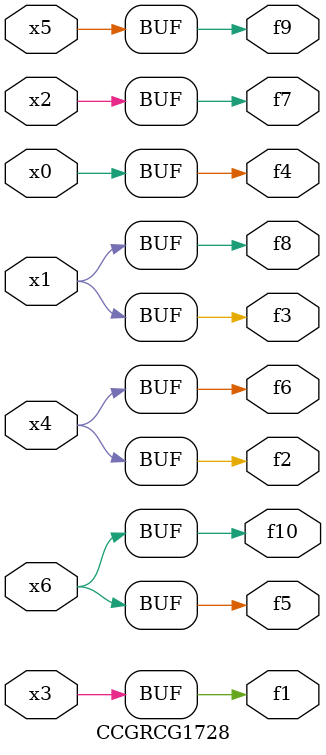
<source format=v>
module CCGRCG1728(
	input x0, x1, x2, x3, x4, x5, x6,
	output f1, f2, f3, f4, f5, f6, f7, f8, f9, f10
);
	assign f1 = x3;
	assign f2 = x4;
	assign f3 = x1;
	assign f4 = x0;
	assign f5 = x6;
	assign f6 = x4;
	assign f7 = x2;
	assign f8 = x1;
	assign f9 = x5;
	assign f10 = x6;
endmodule

</source>
